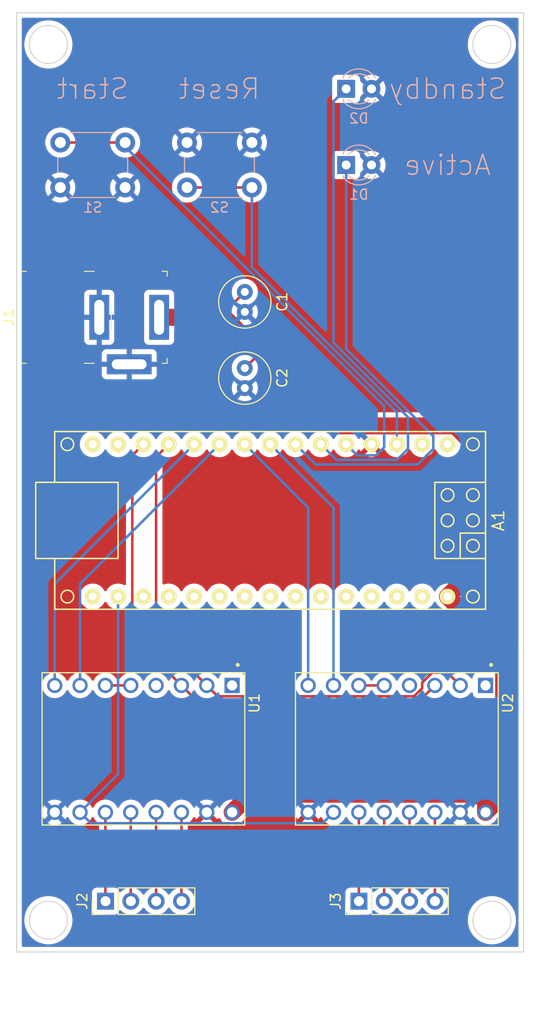
<source format=kicad_pcb>
(kicad_pcb (version 20211014) (generator pcbnew)
  (layers (0 "F.Cu" signal) (31 "B.Cu" signal) (34 "B.Paste" user) (35 "F.Paste" user) (36 "B.SilkS" user "B.Silkscreen") (37 "F.SilkS" user "F.Silkscreen") (38 "B.Mask" user) (39 "F.Mask" user) (44 "Edge.Cuts" user))
  (net 0 "")
  (net 1 "GND")
  (net 2 "VIN")
  (net 4 "Net-(U1-Pad2)")
  (net 5 "Net-(U1-Pad3)")
  (net 7 "Net-(U1-Pad5)")
  (net 8 "Net-(U1-Pad7)")
  (net 9 "Net-(U1-Pad8)")
  (net 10 "Net-(A1-Pad17)")
  (net 11 "Net-(J2-Pad3)")
  (net 12 "Net-(J2-Pad4)")
  (net 14 "Net-(U2-Pad5)")
  (net 16 "Net-(U2-Pad7)")
  (net 17 "Net-(A1-Pad3)")
  (net 18 "Net-(U2-Pad8)")
  (net 19 "Net-(A1-Pad6)")
  (net 22 "Net-(A1-Pad7)")
  (net 23 "Net-(S1-Pad2)")
  (net 30 "Net-(J2-Pad1)")
  (net 38 "Net-(J2-Pad2)")
  (net 39 "Net-(J3-Pad1)")
  (net 40 "Net-(J3-Pad2)")
  (net 41 "Net-(J3-Pad3)")
  (net 42 "Net-(J3-Pad4)")
  (footprint "Stepper Motor:MODULE_A4988_STEPPER_MOTOR_DRIVER_CARRIER" (layer "F.Cu") (at 139.7 137.16 -90)
    (fp_text reference "U2" (at -4.575 -11.135 90) (layer "F.SilkS"))
    (fp_text value "Steppper Motor Driver 2")
    (fp_line (start -7.62 -10.16) (end 7.62 -10.16) (layer "F.SilkS") (width 0.127))
    (fp_line (start 7.62 10.16) (end -7.62 10.16) (layer "F.SilkS") (width 0.127))
    (fp_line (start 7.62 -10.16) (end 7.62 10.16) (layer "F.SilkS") (width 0.127))
    (fp_line (start -7.62 10.16) (end -7.62 -10.16) (layer "F.SilkS") (width 0.127))
    (fp_circle (center -8.4 -9.45) (end -8.3 -9.45) (layer "F.SilkS") (width 0.2) (fill none))
    (pad "1" thru_hole rect (at -6.35 -8.89 270) (size 1.53 1.53) (drill 1.02) (layers *.Cu *.Mask))
    (pad "2" thru_hole circle (at -6.35 -6.35 270) (size 1.53 1.53) (drill 1.02) (layers *.Cu *.Mask) (net 4 "Net-(U1-Pad2)"))
    (pad "3" thru_hole circle (at -6.35 -3.81 270) (size 1.53 1.53) (drill 1.02) (layers *.Cu *.Mask) (net 5 "Net-(U1-Pad3)"))
    (pad "4" thru_hole circle (at -6.35 -1.27 270) (size 1.53 1.53) (drill 1.02) (layers *.Cu *.Mask))
    (pad "5" thru_hole circle (at -6.35 1.27 270) (size 1.53 1.53) (drill 1.02) (layers *.Cu *.Mask) (net 14 "Net-(U2-Pad5)"))
    (pad "6" thru_hole circle (at -6.35 3.81 270) (size 1.53 1.53) (drill 1.02) (layers *.Cu *.Mask) (net 14 "Net-(U2-Pad5)"))
    (pad "7" thru_hole circle (at -6.35 6.35 270) (size 1.53 1.53) (drill 1.02) (layers *.Cu *.Mask) (net 16 "Net-(U2-Pad7)"))
    (pad "8" thru_hole circle (at -6.35 8.89 270) (size 1.53 1.53) (drill 1.02) (layers *.Cu *.Mask) (net 18 "Net-(U2-Pad8)"))
    (pad "9" thru_hole circle (at 6.35 8.89 270) (size 1.53 1.53) (drill 1.02) (layers *.Cu *.Mask) (net 1 "GND"))
    (pad "10" thru_hole circle (at 6.35 6.35 270) (size 1.53 1.53) (drill 1.02) (layers *.Cu *.Mask) (net 10 "Net-(A1-Pad17)"))
    (pad "11" thru_hole circle (at 6.35 3.81 270) (size 1.53 1.53) (drill 1.02) (layers *.Cu *.Mask) (net 39 "Net-(J3-Pad1)"))
    (pad "12" thru_hole circle (at 6.35 1.27 270) (size 1.53 1.53) (drill 1.02) (layers *.Cu *.Mask) (net 40 "Net-(J3-Pad2)"))
    (pad "13" thru_hole circle (at 6.35 -1.27 270) (size 1.53 1.53) (drill 1.02) (layers *.Cu *.Mask) (net 41 "Net-(J3-Pad3)"))
    (pad "14" thru_hole circle (at 6.35 -3.81 270) (size 1.53 1.53) (drill 1.02) (layers *.Cu *.Mask) (net 42 "Net-(J3-Pad4)"))
    (pad "15" thru_hole circle (at 6.35 -6.35 270) (size 1.53 1.53) (drill 1.02) (layers *.Cu *.Mask) (net 1 "GND"))
    (pad "16" thru_hole circle (at 6.35 -8.89 270) (size 1.53 1.53) (drill 1.02) (layers *.Cu *.Mask) (net 2 "VIN"))
  )
  (footprint "Connector_PinHeader_2.54mm:PinHeader_1x04_P2.54mm_Vertical" (layer "F.Cu") (at 110.5 152.4 90)
    (fp_text reference "J2" (at 0 -2.33 90) (layer "F.SilkS"))
    (fp_text value "Step Mot 1")
    (fp_line (start -1.33 1.27) (end -1.33 8.95) (layer "F.SilkS") (width 0.12))
    (fp_line (start 1.33 1.27) (end 1.33 8.95) (layer "F.SilkS") (width 0.12))
    (fp_line (start -1.33 0) (end -1.33 -1.33) (layer "F.SilkS") (width 0.12))
    (fp_line (start -1.33 8.95) (end 1.33 8.95) (layer "F.SilkS") (width 0.12))
    (fp_line (start -1.33 1.27) (end 1.33 1.27) (layer "F.SilkS") (width 0.12))
    (fp_line (start -1.33 -1.33) (end 0 -1.33) (layer "F.SilkS") (width 0.12))
    (pad "1" thru_hole rect (at 0 0 90) (size 1.7 1.7) (drill 1) (layers *.Cu *.Mask) (net 30 "Net-(J2-Pad1)"))
    (pad "2" thru_hole oval (at 0 2.54 90) (size 1.7 1.7) (drill 1) (layers *.Cu *.Mask) (net 38 "Net-(J2-Pad2)"))
    (pad "3" thru_hole oval (at 0 5.08 90) (size 1.7 1.7) (drill 1) (layers *.Cu *.Mask) (net 11 "Net-(J2-Pad3)"))
    (pad "4" thru_hole oval (at 0 7.62 90) (size 1.7 1.7) (drill 1) (layers *.Cu *.Mask) (net 12 "Net-(J2-Pad4)"))
  )
  (footprint "Stepper Motor:MODULE_A4988_STEPPER_MOTOR_DRIVER_CARRIER" (layer "F.Cu") (at 114.3 137.16 -90)
    (fp_text reference "U1" (at -4.575 -11.135 90) (layer "F.SilkS"))
    (fp_text value "Stepper Motor Driver 1")
    (fp_line (start 7.62 10.16) (end -7.62 10.16) (layer "F.SilkS") (width 0.127))
    (fp_line (start -7.62 -10.16) (end 7.62 -10.16) (layer "F.SilkS") (width 0.127))
    (fp_line (start -7.62 10.16) (end -7.62 -10.16) (layer "F.SilkS") (width 0.127))
    (fp_line (start 7.62 -10.16) (end 7.62 10.16) (layer "F.SilkS") (width 0.127))
    (fp_circle (center -8.4 -9.45) (end -8.3 -9.45) (layer "F.SilkS") (width 0.2) (fill none))
    (pad "1" thru_hole rect (at -6.35 -8.89 270) (size 1.53 1.53) (drill 1.02) (layers *.Cu *.Mask))
    (pad "2" thru_hole circle (at -6.35 -6.35 270) (size 1.53 1.53) (drill 1.02) (layers *.Cu *.Mask) (net 4 "Net-(U1-Pad2)"))
    (pad "3" thru_hole circle (at -6.35 -3.81 270) (size 1.53 1.53) (drill 1.02) (layers *.Cu *.Mask) (net 5 "Net-(U1-Pad3)"))
    (pad "4" thru_hole circle (at -6.35 -1.27 270) (size 1.53 1.53) (drill 1.02) (layers *.Cu *.Mask))
    (pad "5" thru_hole circle (at -6.35 1.27 270) (size 1.53 1.53) (drill 1.02) (layers *.Cu *.Mask) (net 7 "Net-(U1-Pad5)"))
    (pad "6" thru_hole circle (at -6.35 3.81 270) (size 1.53 1.53) (drill 1.02) (layers *.Cu *.Mask) (net 7 "Net-(U1-Pad5)"))
    (pad "7" thru_hole circle (at -6.35 6.35 270) (size 1.53 1.53) (drill 1.02) (layers *.Cu *.Mask) (net 8 "Net-(U1-Pad7)"))
    (pad "8" thru_hole circle (at -6.35 8.89 270) (size 1.53 1.53) (drill 1.02) (layers *.Cu *.Mask) (net 9 "Net-(U1-Pad8)"))
    (pad "9" thru_hole circle (at 6.35 8.89 270) (size 1.53 1.53) (drill 1.02) (layers *.Cu *.Mask) (net 1 "GND"))
    (pad "10" thru_hole circle (at 6.35 6.35 270) (size 1.53 1.53) (drill 1.02) (layers *.Cu *.Mask) (net 10 "Net-(A1-Pad17)"))
    (pad "11" thru_hole circle (at 6.35 3.81 270) (size 1.53 1.53) (drill 1.02) (layers *.Cu *.Mask) (net 30 "Net-(J2-Pad1)"))
    (pad "12" thru_hole circle (at 6.35 1.27 270) (size 1.53 1.53) (drill 1.02) (layers *.Cu *.Mask) (net 38 "Net-(J2-Pad2)"))
    (pad "13" thru_hole circle (at 6.35 -1.27 270) (size 1.53 1.53) (drill 1.02) (layers *.Cu *.Mask) (net 11 "Net-(J2-Pad3)"))
    (pad "14" thru_hole circle (at 6.35 -3.81 270) (size 1.53 1.53) (drill 1.02) (layers *.Cu *.Mask) (net 12 "Net-(J2-Pad4)"))
    (pad "15" thru_hole circle (at 6.35 -6.35 270) (size 1.53 1.53) (drill 1.02) (layers *.Cu *.Mask) (net 1 "GND"))
    (pad "16" thru_hole circle (at 6.35 -8.89 270) (size 1.53 1.53) (drill 1.02) (layers *.Cu *.Mask) (net 2 "VIN"))
  )
  (footprint "Capacitor_THT:C_Radial_D5.0mm_H11.0mm_P2.00mm" (layer "F.Cu") (at 124.46 99.06 -90)
    (fp_text reference "C2" (at 1 -3.75 90) (layer "F.SilkS"))
    (fp_text value "C")
    (fp_circle (center 1 0) (end 3.62 0) (layer "F.SilkS") (width 0.12) (fill none))
    (pad "1" thru_hole circle (at 0 0 270) (size 1.6 1.6) (drill 0.8) (layers *.Cu *.Mask) (net 2 "VIN"))
    (pad "2" thru_hole circle (at 2 0 270) (size 1.6 1.6) (drill 0.8) (layers *.Cu *.Mask) (net 1 "GND"))
  )
  (footprint "Connector_PinHeader_2.54mm:PinHeader_1x04_P2.54mm_Vertical" (layer "F.Cu") (at 135.9 152.4 90)
    (fp_text reference "J3" (at 0 -2.33 90) (layer "F.SilkS"))
    (fp_text value "Step Mot 2")
    (fp_line (start -1.33 -1.33) (end 0 -1.33) (layer "F.SilkS") (width 0.12))
    (fp_line (start -1.33 1.27) (end -1.33 8.95) (layer "F.SilkS") (width 0.12))
    (fp_line (start 1.33 1.27) (end 1.33 8.95) (layer "F.SilkS") (width 0.12))
    (fp_line (start -1.33 8.95) (end 1.33 8.95) (layer "F.SilkS") (width 0.12))
    (fp_line (start -1.33 1.27) (end 1.33 1.27) (layer "F.SilkS") (width 0.12))
    (fp_line (start -1.33 0) (end -1.33 -1.33) (layer "F.SilkS") (width 0.12))
    (pad "1" thru_hole rect (at 0 0 90) (size 1.7 1.7) (drill 1) (layers *.Cu *.Mask) (net 39 "Net-(J3-Pad1)"))
    (pad "2" thru_hole oval (at 0 2.54 90) (size 1.7 1.7) (drill 1) (layers *.Cu *.Mask) (net 40 "Net-(J3-Pad2)"))
    (pad "3" thru_hole oval (at 0 5.08 90) (size 1.7 1.7) (drill 1) (layers *.Cu *.Mask) (net 41 "Net-(J3-Pad3)"))
    (pad "4" thru_hole oval (at 0 7.62 90) (size 1.7 1.7) (drill 1) (layers *.Cu *.Mask) (net 42 "Net-(J3-Pad4)"))
  )
  (footprint "Arduino Nano:arduino_nano" (layer "F.Cu") (at 127 114.3 180)
    (fp_text reference "A1" (at -22.86 0 90) (layer "F.SilkS") (effects (font (size 1.2 1.2))))
    (fp_text value "Arduino_Nano")
    (fp_line (start 21.59 -8.89) (end -21.59 -8.89) (layer "F.SilkS") (width 0.15))
    (fp_line (start -19.05 -3.81) (end -19.05 -1.27) (layer "F.SilkS") (width 0.15))
    (fp_line (start -16.51 -3.81) (end -21.59 -3.81) (layer "F.SilkS") (width 0.15))
    (fp_line (start -16.51 3.81) (end -16.51 -3.81) (layer "F.SilkS") (width 0.15))
    (fp_line (start 21.59 3.81) (end 21.59 8.89) (layer "F.SilkS") (width 0.15))
    (fp_line (start -21.59 -8.89) (end -21.59 8.89) (layer "F.SilkS") (width 0.15))
    (fp_line (start 21.59 -8.89) (end 21.59 -3.81) (layer "F.SilkS") (width 0.15))
    (fp_line (start -21.59 3.81) (end -16.51 3.81) (layer "F.SilkS") (width 0.15))
    (fp_line (start 15.24 3.81) (end 15.24 -3.81) (layer "F.SilkS") (width 0.15))
    (fp_line (start 15.24 -3.81) (end 23.495 -3.81) (layer "F.SilkS") (width 0.15))
    (fp_line (start 23.495 3.81) (end 15.24 3.81) (layer "F.SilkS") (width 0.15))
    (fp_line (start -21.59 8.89) (end 21.59 8.89) (layer "F.SilkS") (width 0.15))
    (fp_line (start -19.05 -1.27) (end -21.59 -1.27) (layer "F.SilkS") (width 0.15))
    (fp_line (start 23.495 -3.81) (end 23.495 3.81) (layer "F.SilkS") (width 0.15))
    (fp_circle (center -20.32 0) (end -19.685 0) (layer "F.SilkS") (width 0.15) (fill none))
    (fp_circle (center -20.32 -7.62) (end -19.685 -7.62) (layer "F.SilkS") (width 0.15) (fill none))
    (fp_circle (center -20.32 7.62) (end -19.685 7.62) (layer "F.SilkS") (width 0.15) (fill none))
    (fp_circle (center -17.78 -2.54) (end -17.145 -2.54) (layer "F.SilkS") (width 0.15) (fill none))
    (fp_circle (center 20.32 7.62) (end 20.955 7.62) (layer "F.SilkS") (width 0.15) (fill none))
    (fp_circle (center 20.32 -7.62) (end 20.955 -7.62) (layer "F.SilkS") (width 0.15) (fill none))
    (fp_circle (center -20.32 -2.54) (end -20.32 -1.905) (layer "F.SilkS") (width 0.15) (fill none))
    (fp_circle (center -17.78 0) (end -17.145 0) (layer "F.SilkS") (width 0.15) (fill none))
    (fp_circle (center -17.78 2.54) (end -17.145 2.54) (layer "F.SilkS") (width 0.15) (fill none))
    (fp_circle (center -20.32 2.54) (end -19.685 2.54) (layer "F.SilkS") (width 0.15) (fill none))
    (pad "1" thru_hole circle (at -17.78 7.62 180) (size 1.5748 1.5748) (drill 0.8) (layers *.Cu *.Mask "F.SilkS"))
    (pad "2" thru_hole circle (at -15.24 7.62 180) (size 1.5748 1.5748) (drill 0.8) (layers *.Cu *.Mask "F.SilkS"))
    (pad "3" thru_hole circle (at -12.7 7.62 180) (size 1.5748 1.5748) (drill 0.8) (layers *.Cu *.Mask "F.SilkS") (net 17 "Net-(A1-Pad3)"))
    (pad "4" thru_hole circle (at -10.16 7.62 180) (size 1.5748 1.5748) (drill 0.8) (layers *.Cu *.Mask "F.SilkS") (net 1 "GND"))
    (pad "5" thru_hole circle (at -7.62 7.62 180) (size 1.5748 1.5748) (drill 0.8) (layers *.Cu *.Mask "F.SilkS") (net 23 "Net-(S1-Pad2)"))
    (pad "6" thru_hole circle (at -5.08 7.62 180) (size 1.5748 1.5748) (drill 0.8) (layers *.Cu *.Mask "F.SilkS") (net 19 "Net-(A1-Pad6)"))
    (pad "7" thru_hole circle (at -2.54 7.62 180) (size 1.5748 1.5748) (drill 0.8) (layers *.Cu *.Mask "F.SilkS") (net 22 "Net-(A1-Pad7)"))
    (pad "8" thru_hole circle (at 0 7.62 180) (size 1.5748 1.5748) (drill 0.8) (layers *.Cu *.Mask "F.SilkS") (net 16 "Net-(U2-Pad7)"))
    (pad "9" thru_hole circle (at 2.54 7.62 180) (size 1.5748 1.5748) (drill 0.8) (layers *.Cu *.Mask "F.SilkS") (net 18 "Net-(U2-Pad8)"))
    (pad "10" thru_hole circle (at 5.08 7.62 180) (size 1.5748 1.5748) (drill 0.8) (layers *.Cu *.Mask "F.SilkS") (net 8 "Net-(U1-Pad7)"))
    (pad "11" thru_hole circle (at 7.62 7.62 180) (size 1.5748 1.5748) (drill 0.8) (layers *.Cu *.Mask "F.SilkS") (net 9 "Net-(U1-Pad8)"))
    (pad "12" thru_hole circle (at 10.16 7.62 180) (size 1.5748 1.5748) (drill 0.8) (layers *.Cu *.Mask "F.SilkS") (net 4 "Net-(U1-Pad2)"))
    (pad "13" thru_hole circle (at 12.7 7.62 180) (size 1.5748 1.5748) (drill 0.8) (layers *.Cu *.Mask "F.SilkS") (net 5 "Net-(U1-Pad3)"))
    (pad "14" thru_hole circle (at 15.24 7.62 180) (size 1.5748 1.5748) (drill 0.8) (layers *.Cu *.Mask "F.SilkS"))
    (pad "15" thru_hole circle (at 17.78 7.62 180) (size 1.5748 1.5748) (drill 0.8) (layers *.Cu *.Mask "F.SilkS"))
    (pad "16" thru_hole circle (at 17.78 -7.62 180) (size 1.5748 1.5748) (drill 0.8) (layers *.Cu *.Mask "F.SilkS"))
    (pad "17" thru_hole circle (at 15.24 -7.62 180) (size 1.5748 1.5748) (drill 0.8) (layers *.Cu *.Mask "F.SilkS") (net 10 "Net-(A1-Pad17)"))
    (pad "18" thru_hole circle (at 12.7 -7.62 180) (size 1.5748 1.5748) (drill 0.8) (layers *.Cu *.Mask "F.SilkS"))
    (pad "19" thru_hole circle (at 10.16 -7.62 180) (size 1.5748 1.5748) (drill 0.8) (layers *.Cu *.Mask "F.SilkS"))
    (pad "20" thru_hole circle (at 7.62 -7.62 180) (size 1.5748 1.5748) (drill 0.8) (layers *.Cu *.Mask "F.SilkS"))
    (pad "21" thru_hole circle (at 5.08 -7.62 180) (size 1.5748 1.5748) (drill 0.8) (layers *.Cu *.Mask "F.SilkS"))
    (pad "22" thru_hole circle (at 2.54 -7.62 180) (size 1.5748 1.5748) (drill 0.8) (layers *.Cu *.Mask "F.SilkS"))
    (pad "23" thru_hole circle (at 0 -7.62 180) (size 1.5748 1.5748) (drill 0.8) (layers *.Cu *.Mask "F.SilkS"))
    (pad "24" thru_hole circle (at -2.54 -7.62 180) (size 1.5748 1.5748) (drill 0.8) (layers *.Cu *.Mask "F.SilkS"))
    (pad "25" thru_hole circle (at -5.08 -7.62 180) (size 1.5748 1.5748) (drill 0.8) (layers *.Cu *.Mask "F.SilkS"))
    (pad "26" thru_hole circle (at -7.62 -7.62 180) (size 1.5748 1.5748) (drill 0.8) (layers *.Cu *.Mask "F.SilkS"))
    (pad "27" thru_hole circle (at -10.16 -7.62 180) (size 1.5748 1.5748) (drill 0.8) (layers *.Cu *.Mask "F.SilkS"))
    (pad "28" thru_hole circle (at -12.7 -7.62 180) (size 1.5748 1.5748) (drill 0.8) (layers *.Cu *.Mask "F.SilkS"))
    (pad "29" thru_hole circle (at -15.24 -7.62 180) (size 1.5748 1.5748) (drill 0.8) (layers *.Cu *.Mask "F.SilkS"))
    (pad "30" thru_hole circle (at -17.78 -7.62 180) (size 1.5748 1.5748) (drill 0.8) (layers *.Cu *.Mask "F.SilkS") (net 2 "VIN"))
  )
  (footprint "Capacitor_THT:C_Radial_D5.0mm_H11.0mm_P2.00mm" (layer "F.Cu") (at 124.46 91.44 -90)
    (fp_text reference "C1" (at 1 -3.75 90) (layer "F.SilkS"))
    (fp_text value "C")
    (fp_circle (center 1 0) (end 3.62 0) (layer "F.SilkS") (width 0.12) (fill none))
    (pad "1" thru_hole circle (at 0 0 270) (size 1.6 1.6) (drill 0.8) (layers *.Cu *.Mask) (net 2 "VIN"))
    (pad "2" thru_hole circle (at 2 0 270) (size 1.6 1.6) (drill 0.8) (layers *.Cu *.Mask) (net 1 "GND"))
  )
  (footprint "digikey-footprints:Barrel_Jack_5.5mmODx2.1mmID_PJ-202A" (layer "F.Cu") (at 112.874 93.98 90)
    (fp_text reference "J1" (at 0 -12.1 90) (layer "F.SilkS"))
    (fp_text value "Power Jack")
    (fp_line (start -4.6 -10.8) (end -4.6 -10.3) (layer "F.SilkS") (width 0.1))
    (fp_line (start -4.6 3.8) (end -4.6 3.3) (layer "F.SilkS") (width 0.1))
    (fp_line (start 4.6 -10.8) (end 4.6 -10.3) (layer "F.SilkS") (width 0.1))
    (fp_line (start 4.6 3.8) (end 4.1 3.8) (layer "F.SilkS") (width 0.1))
    (fp_line (start -4.6 -3.5) (end -4.6 -4.5) (layer "F.SilkS") (width 0.1))
    (fp_line (start -4.6 -10.8) (end -4.1 -10.8) (layer "F.SilkS") (width 0.1))
    (fp_line (start 4.6 -10.8) (end 4.1 -10.8) (layer "F.SilkS") (width 0.1))
    (fp_line (start 4.6 -3.5) (end 4.6 -4.5) (layer "F.SilkS") (width 0.1))
    (fp_line (start -4.6 3.8) (end -4.1 3.8) (layer "F.SilkS") (width 0.1))
    (fp_line (start 4.6 3.8) (end 4.6 3.3) (layer "F.SilkS") (width 0.1))
    (fp_line (start -1.2 -1.8) (end 1.2 -1.8) (layer "F.SilkS") (width 0.1))
    (pad "1" thru_hole rect locked (at 0 3 90) (size 4.5 2) (drill oval 3.5 1) (layers *.Cu *.Mask) (net 2 "VIN"))
    (pad "2" thru_hole rect locked (at 0 -3 90) (size 4.5 2) (drill oval 3.5 1) (layers *.Cu *.Mask) (net 1 "GND"))
    (pad "3" thru_hole rect locked (at -4.7 0 90) (size 2 4.5) (drill oval 1 3.5) (layers *.Cu *.Mask) (net 1 "GND"))
  )
  (footprint "LED_THT:LED_D3.0mm" (layer "B.Cu") (at 134.62 78.74)
    (fp_text reference "D1" (at 1.27 2.96) (layer "B.SilkS") (effects (justify mirror)))
    (fp_text value "Red")
    (fp_line (start -0.29 1.236) (end -0.29 1.08) (layer "B.SilkS") (width 0.12))
    (fp_line (start -0.29 -1.08) (end -0.29 -1.236) (layer "B.SilkS") (width 0.12))
    (fp_arc (start 2.31113 1.079837) (mid 1.270117 1.5) (end 0.229039 1.08) (layer "B.SilkS") (width 0.12))
    (fp_arc (start -0.29 -1.235516) (mid 1.366487 -1.987659) (end 2.942335 -1.078608) (layer "B.SilkS") (width 0.12))
    (fp_arc (start 2.942335 1.078608) (mid 1.366487 1.987659) (end -0.29 1.235516) (layer "B.SilkS") (width 0.12))
    (fp_arc (start 0.229039 -1.08) (mid 1.270117 -1.5) (end 2.31113 -1.079837) (layer "B.SilkS") (width 0.12))
    (pad "1" thru_hole rect (at 0 0) (size 1.8 1.8) (drill 0.9) (layers *.Cu *.Mask) (net 22 "Net-(A1-Pad7)"))
    (pad "2" thru_hole circle (at 2.54 0) (size 1.8 1.8) (drill 0.9) (layers *.Cu *.Mask) (net 1 "GND"))
  )
  (footprint "Button_Switch_THT:SW_PUSH_6mm" (layer "B.Cu") (at 118.67 80.99)
    (fp_text reference "S2" (at 3.25 2) (layer "B.SilkS") (effects (justify mirror)))
    (fp_text value "Reset")
    (fp_line (start -0.25 -1.5) (end -0.25 -3) (layer "B.SilkS") (width 0.12))
    (fp_line (start 5.5 1) (end 1 1) (layer "B.SilkS") (width 0.12))
    (fp_line (start 6.75 -3) (end 6.75 -1.5) (layer "B.SilkS") (width 0.12))
    (fp_line (start 1 -5.5) (end 5.5 -5.5) (layer "B.SilkS") (width 0.12))
    (pad "1" thru_hole circle (at 6.5 0 270) (size 2 2) (drill 1.1) (layers *.Cu *.Mask) (net 17 "Net-(A1-Pad3)"))
    (pad "1" thru_hole circle (at 0 0 270) (size 2 2) (drill 1.1) (layers *.Cu *.Mask) (net 17 "Net-(A1-Pad3)"))
    (pad "2" thru_hole circle (at 0 -4.5 270) (size 2 2) (drill 1.1) (layers *.Cu *.Mask) (net 1 "GND"))
    (pad "2" thru_hole circle (at 6.5 -4.5 270) (size 2 2) (drill 1.1) (layers *.Cu *.Mask) (net 1 "GND"))
  )
  (footprint "Button_Switch_THT:SW_PUSH_6mm" (layer "B.Cu") (at 105.97 80.99)
    (fp_text reference "S1" (at 3.25 2) (layer "B.SilkS") (effects (justify mirror)))
    (fp_text value "Start")
    (fp_line (start 6.75 -3) (end 6.75 -1.5) (layer "B.SilkS") (width 0.12))
    (fp_line (start -0.25 -1.5) (end -0.25 -3) (layer "B.SilkS") (width 0.12))
    (fp_line (start 1 -5.5) (end 5.5 -5.5) (layer "B.SilkS") (width 0.12))
    (fp_line (start 5.5 1) (end 1 1) (layer "B.SilkS") (width 0.12))
    (pad "1" thru_hole circle (at 6.5 0 270) (size 2 2) (drill 1.1) (layers *.Cu *.Mask) (net 1 "GND"))
    (pad "1" thru_hole circle (at 0 0 270) (size 2 2) (drill 1.1) (layers *.Cu *.Mask) (net 1 "GND"))
    (pad "2" thru_hole circle (at 0 -4.5 270) (size 2 2) (drill 1.1) (layers *.Cu *.Mask) (net 23 "Net-(S1-Pad2)"))
    (pad "2" thru_hole circle (at 6.5 -4.5 270) (size 2 2) (drill 1.1) (layers *.Cu *.Mask) (net 23 "Net-(S1-Pad2)"))
  )
  (footprint "LED_THT:LED_D3.0mm" (layer "B.Cu") (at 134.62 71.12)
    (fp_text reference "D2" (at 1.27 2.96) (layer "B.SilkS") (effects (justify mirror)))
    (fp_text value "Green")
    (fp_line (start -0.29 -1.08) (end -0.29 -1.236) (layer "B.SilkS") (width 0.12))
    (fp_line (start -0.29 1.236) (end -0.29 1.08) (layer "B.SilkS") (width 0.12))
    (fp_arc (start -0.29 -1.235516) (mid 1.366487 -1.987659) (end 2.942335 -1.078608) (layer "B.SilkS") (width 0.12))
    (fp_arc (start 2.31113 1.079837) (mid 1.270117 1.5) (end 0.229039 1.08) (layer "B.SilkS") (width 0.12))
    (fp_arc (start 2.942335 1.078608) (mid 1.366487 1.987659) (end -0.29 1.235516) (layer "B.SilkS") (width 0.12))
    (fp_arc (start 0.229039 -1.08) (mid 1.270117 -1.5) (end 2.31113 -1.079837) (layer "B.SilkS") (width 0.12))
    (pad "1" thru_hole rect (at 0 0) (size 1.8 1.8) (drill 0.9) (layers *.Cu *.Mask) (net 19 "Net-(A1-Pad6)"))
    (pad "2" thru_hole circle (at 2.54 0) (size 1.8 1.8) (drill 0.9) (layers *.Cu *.Mask) (net 1 "GND"))
  )
  (gr_line (start 101.6 63.5) (end 152.4 63.5) (layer "Edge.Cuts") (width 0.1))
  (gr_line (start 152.4 63.5) (end 152.4 157.48) (layer "Edge.Cuts") (width 0.1))
  (gr_circle (center 149.225 154.305) (end 149.225 156.21) (layer "Edge.Cuts") (width 0.1) (fill none))
  (gr_line (start 152.4 157.48) (end 101.6 157.48) (layer "Edge.Cuts") (width 0.1))
  (gr_line (start 101.6 157.48) (end 101.6 63.5) (layer "Edge.Cuts") (width 0.1))
  (gr_circle (center 104.775 154.305) (end 104.775 156.21) (layer "Edge.Cuts") (width 0.1) (fill none))
  (gr_circle (center 149.225 66.675) (end 149.225 64.77) (layer "Edge.Cuts") (width 0.1) (fill none))
  (gr_circle (center 104.775 66.675) (end 104.775 64.77) (layer "Edge.Cuts") (width 0.1) (fill none))
  (gr_text "Reset" (at 121.92 71.12) (layer "B.SilkS") (effects (font (size 2 2)) (justify mirror)))
  (gr_text "Standby" (at 144.78 71.12) (layer "B.SilkS") (effects (font (size 2 2)) (justify mirror)))
  (gr_text "Start" (at 109.22 71.12) (layer "B.SilkS") (effects (font (size 2 2)) (justify mirror)))
  (gr_text "Active" (at 144.78 78.74) (layer "B.SilkS") (effects (font (size 2 2)) (justify mirror)))
  (segment (start 133.247484 104.843089) (end 145.540875 104.843089) (width 1.7) (layer "F.Cu") (net 2))
  (segment (start 122.384395 93.515605) (end 122.384395 93.98) (width 0.254) (layer "F.Cu") (net 2))
  (segment (start 150.404511 141.695489) (end 148.59 143.51) (width 1.7) (layer "F.Cu") (net 2))
  (segment (start 122.384395 93.98) (end 125.962197 97.557803) (width 1.7) (layer "F.Cu") (net 2))
  (segment (start 148.59 143.51) (end 148.59 142.428127) (width 1.7) (layer "F.Cu") (net 2))
  (segment (start 125.004511 141.695489) (end 123.19 143.51) (width 1.7) (layer "F.Cu") (net 2))
  (segment (start 125.962197 97.557803) (end 133.247484 104.843089) (width 1.7) (layer "F.Cu") (net 2))
  (segment (start 124.46 99.06) (end 125.962197 97.557803) (width 0.254) (layer "F.Cu") (net 2))
  (segment (start 147.32 106.622214) (end 147.32 119.38) (width 1.7) (layer "F.Cu") (net 2))
  (segment (start 145.540875 104.843089) (end 147.32 106.622214) (width 1.7) (layer "F.Cu") (net 2))
  (segment (start 147.32 119.38) (end 144.78 121.92) (width 1.7) (layer "F.Cu") (net 2))
  (segment (start 150.404511 127.544511) (end 150.404511 141.695489) (width 1.7) (layer "F.Cu") (net 2))
  (segment (start 147.857362 141.695489) (end 125.004511 141.695489) (width 1.7) (layer "F.Cu") (net 2))
  (segment (start 144.78 121.92) (end 150.404511 127.544511) (width 1.7) (layer "F.Cu") (net 2))
  (segment (start 148.59 142.428127) (end 147.857362 141.695489) (width 1.7) (layer "F.Cu") (net 2))
  (segment (start 115.874 93.98) (end 122.384395 93.98) (width 1.7) (layer "F.Cu") (net 2))
  (segment (start 124.46 91.44) (end 122.384395 93.515605) (width 0.254) (layer "F.Cu") (net 2))
  (segment (start 143.236369 129.54) (end 144.78 129.54) (width 0.254) (layer "F.Cu") (net 4))
  (segment (start 115.57 107.95) (end 115.57 125.73) (width 0.254) (layer "F.Cu") (net 4))
  (segment (start 144.78 129.54) (end 146.05 130.81) (width 0.254) (layer "F.Cu") (net 4))
  (segment (start 142.24 130.536369) (end 143.236369 129.54) (width 0.254) (layer "F.Cu") (net 4))
  (segment (start 116.84 106.68) (end 115.57 107.95) (width 0.254) (layer "F.Cu") (net 4))
  (segment (start 121.741511 131.901511) (end 141.42212 131.901511) (width 0.254) (layer "F.Cu") (net 4))
  (segment (start 141.42212 131.901511) (end 142.24 131.083631) (width 0.254) (layer "F.Cu") (net 4))
  (segment (start 120.65 130.81) (end 121.741511 131.901511) (width 0.254) (layer "F.Cu") (net 4))
  (segment (start 142.24 131.083631) (end 142.24 130.536369) (width 0.254) (layer "F.Cu") (net 4))
  (segment (start 115.57 125.73) (end 120.65 130.81) (width 0.254) (layer "F.Cu") (net 4))
  (segment (start 119.655031 132.355031) (end 141.964969 132.355031) (width 0.254) (layer "F.Cu") (net 5))
  (segment (start 118.11 130.81) (end 119.655031 132.355031) (width 0.254) (layer "F.Cu") (net 5))
  (segment (start 141.964969 132.355031) (end 143.51 130.81) (width 0.254) (layer "F.Cu") (net 5))
  (segment (start 113.186089 125.886089) (end 118.11 130.81) (width 0.254) (layer "F.Cu") (net 5))
  (segment (start 114.3 106.68) (end 113.186089 107.793911) (width 0.254) (layer "F.Cu") (net 5))
  (segment (start 113.186089 107.793911) (end 113.186089 125.886089) (width 0.254) (layer "F.Cu") (net 5))
  (segment (start 110.49 130.81) (end 113.03 130.81) (width 0.254) (layer "F.Cu") (net 7))
  (segment (start 107.95 120.65) (end 107.95 130.81) (width 0.254) (layer "B.Cu") (net 8))
  (segment (start 121.92 106.68) (end 107.95 120.65) (width 0.254) (layer "B.Cu") (net 8))
  (segment (start 105.41 120.65) (end 105.41 130.81) (width 0.254) (layer "B.Cu") (net 9))
  (segment (start 119.38 106.68) (end 105.41 120.65) (width 0.254) (layer "B.Cu") (net 9))
  (segment (start 107.95 143.51) (end 109.041511 144.601511) (width 0.254) (layer "B.Cu") (net 10))
  (segment (start 132.258489 144.601511) (end 133.35 143.51) (width 0.254) (layer "B.Cu") (net 10))
  (segment (start 109.041511 144.601511) (end 132.258489 144.601511) (width 0.254) (layer "B.Cu") (net 10))
  (segment (start 111.76 139.7) (end 107.95 143.51) (width 0.254) (layer "B.Cu") (net 10))
  (segment (start 111.76 121.92) (end 111.76 139.7) (width 0.254) (layer "B.Cu") (net 10))
  (segment (start 115.57 143.51) (end 115.57 152.39) (width 0.254) (layer "F.Cu") (net 11))
  (segment (start 115.57 152.39) (end 115.58 152.4) (width 0.254) (layer "F.Cu") (net 11))
  (segment (start 118.11 152.39) (end 118.12 152.4) (width 0.254) (layer "F.Cu") (net 12))
  (segment (start 118.11 143.51) (end 118.11 152.39) (width 0.254) (layer "F.Cu") (net 12))
  (segment (start 135.89 130.81) (end 138.43 130.81) (width 0.254) (layer "F.Cu") (net 14))
  (segment (start 133.35 113.03) (end 133.35 130.81) (width 0.254) (layer "B.Cu") (net 16))
  (segment (start 127 106.68) (end 133.35 113.03) (width 0.254) (layer "B.Cu") (net 16))
  (segment (start 118.67 80.99) (end 125.17 80.99) (width 0.254) (layer "F.Cu") (net 17))
  (segment (start 125.17 88.968626) (end 139.7 103.498626) (width 0.254) (layer "B.Cu") (net 17))
  (segment (start 125.17 80.99) (end 125.17 88.968626) (width 0.254) (layer "B.Cu") (net 17))
  (segment (start 139.7 103.498626) (end 139.7 106.68) (width 0.254) (layer "B.Cu") (net 17))
  (segment (start 124.46 106.68) (end 130.81 113.03) (width 0.254) (layer "B.Cu") (net 18))
  (segment (start 130.81 113.03) (end 130.81 130.81) (width 0.254) (layer "B.Cu") (net 18))
  (segment (start 140.813911 103.971163) (end 133.35 96.507252) (width 0.254) (layer "B.Cu") (net 19))
  (segment (start 133.647431 108.247431) (end 139.707878 108.247431) (width 0.254) (layer "B.Cu") (net 19))
  (segment (start 133.35 72.39) (end 134.62 71.12) (width 0.254) (layer "B.Cu") (net 19))
  (segment (start 140.813911 107.141398) (end 140.813911 103.971163) (width 0.254) (layer "B.Cu") (net 19))
  (segment (start 133.35 96.507252) (end 133.35 72.39) (width 0.254) (layer "B.Cu") (net 19))
  (segment (start 139.707878 108.247431) (end 140.813911 107.141398) (width 0.254) (layer "B.Cu") (net 19))
  (segment (start 132.08 106.68) (end 133.647431 108.247431) (width 0.254) (layer "B.Cu") (net 19))
  (segment (start 143.353911 107.141398) (end 143.353911 105.869789) (width 0.254) (layer "B.Cu") (net 22))
  (segment (start 143.353911 105.869789) (end 134.62 97.135878) (width 0.254) (layer "B.Cu") (net 22))
  (segment (start 131.560951 108.700951) (end 141.794358 108.700951) (width 0.254) (layer "B.Cu") (net 22))
  (segment (start 129.54 106.68) (end 131.560951 108.700951) (width 0.254) (layer "B.Cu") (net 22))
  (segment (start 141.794358 108.700951) (end 143.353911 107.141398) (width 0.254) (layer "B.Cu") (net 22))
  (segment (start 134.62 97.135878) (end 134.62 78.74) (width 0.254) (layer "B.Cu") (net 22))
  (segment (start 105.97 76.49) (end 112.47 76.49) (width 0.254) (layer "F.Cu") (net 23))
  (segment (start 138.43 106.985309) (end 138.43 102.87) (width 0.254) (layer "B.Cu") (net 23))
  (segment (start 112.47 76.91) (end 112.47 76.49) (width 0.254) (layer "B.Cu") (net 23))
  (segment (start 138.43 102.87) (end 112.47 76.91) (width 0.254) (layer "B.Cu") (net 23))
  (segment (start 135.733911 107.793911) (end 137.621398 107.793911) (width 0.254) (layer "B.Cu") (net 23))
  (segment (start 134.62 106.68) (end 135.733911 107.793911) (width 0.254) (layer "B.Cu") (net 23))
  (segment (start 137.621398 107.793911) (end 138.43 106.985309) (width 0.254) (layer "B.Cu") (net 23))
  (segment (start 110.49 152.39) (end 110.5 152.4) (width 0.254) (layer "F.Cu") (net 30))
  (segment (start 110.49 143.51) (end 110.49 152.39) (width 0.254) (layer "F.Cu") (net 30))
  (segment (start 113.03 152.39) (end 113.04 152.4) (width 0.254) (layer "F.Cu") (net 38))
  (segment (start 113.03 143.51) (end 113.03 152.39) (width 0.254) (layer "F.Cu") (net 38))
  (segment (start 135.89 143.51) (end 135.89 152.39) (width 0.254) (layer "F.Cu") (net 39))
  (segment (start 135.89 152.39) (end 135.9 152.4) (width 0.254) (layer "F.Cu") (net 39))
  (segment (start 138.43 143.51) (end 138.43 152.39) (width 0.254) (layer "F.Cu") (net 40))
  (segment (start 138.43 152.39) (end 138.44 152.4) (width 0.254) (layer "F.Cu") (net 40))
  (segment (start 140.97 152.39) (end 140.98 152.4) (width 0.254) (layer "F.Cu") (net 41))
  (segment (start 140.97 143.51) (end 140.97 152.39) (width 0.254) (layer "F.Cu") (net 41))
  (segment (start 143.51 152.39) (end 143.52 152.4) (width 0.254) (layer "F.Cu") (net 42))
  (segment (start 143.51 143.51) (end 143.51 152.39) (width 0.254) (layer "F.Cu") (net 42))
  (zone (net 1) (net_name "GND") (layers F&B.Cu) (connect_pads (clearance 0.508)) (min_thickness 0.254) (fill yes (thermal_gap 0.508) (thermal_bridge_width 0.508))
    (polygon (pts (xy 153.67 158.75) (xy 100.33 158.75) (xy 100.33 62.23) (xy 153.67 62.23)))
  )
)
</source>
